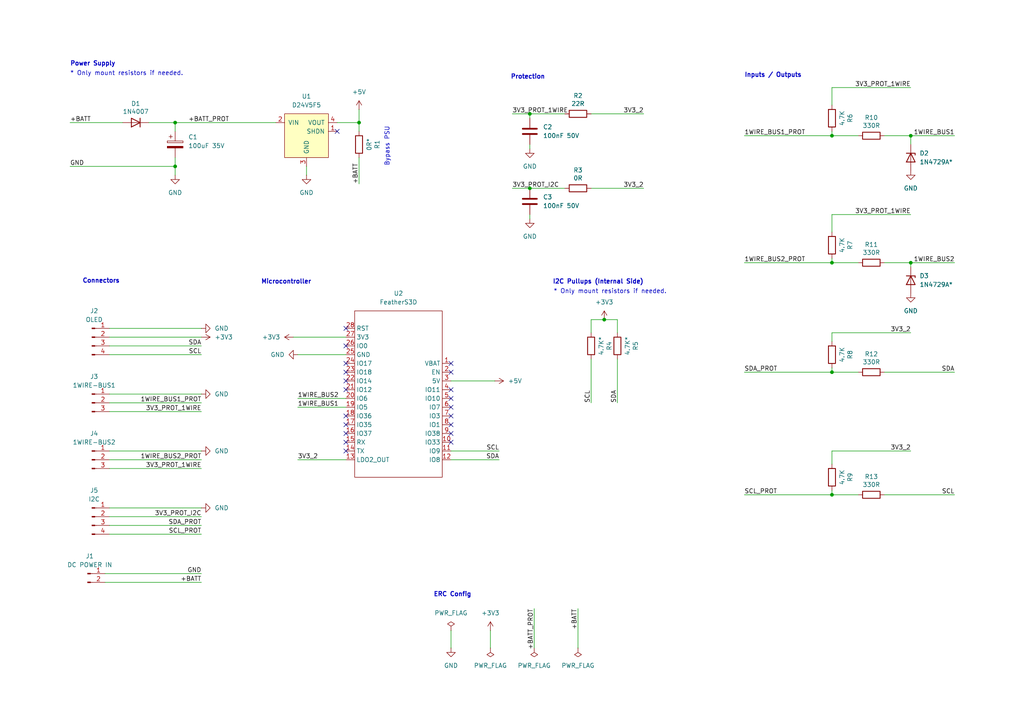
<source format=kicad_sch>
(kicad_sch (version 20250114) (generator "eeschema") (generator_version "9.0")
  (paper "A4")
  (lib_symbols
    (symbol "Connector:Conn_01x02_Pin" (pin_names (offset 1.016) (hide yes))
      (property "Reference" "J" (at 0 2.54 0))
      (property "Value" "Conn_01x02_Pin" (at 0 -5.08 0))
      (symbol "Conn_01x02_Pin_1_1"
        (rectangle (start 0.8636 0.127) (end 0 -0.127) (stroke (width 0.1524)) (fill (type outline)))
        (rectangle (start 0.8636 -2.413) (end 0 -2.667) (stroke (width 0.1524)) (fill (type outline)))
        (polyline (pts (xy 1.27 0) (xy 0.8636 0)) (stroke (width 0.1524)))
        (polyline (pts (xy 1.27 -2.54) (xy 0.8636 -2.54)) (stroke (width 0.1524)))
        (pin passive line (at 5.08 0 180) (length 3.81) (name "Pin_1") (number "1"))
        (pin passive line (at 5.08 -2.54 180) (length 3.81) (name "Pin_2") (number "2"))
      )
    )
    (symbol "Connector:Conn_01x03_Pin" (pin_names (offset 1.016) (hide yes))
      (property "Reference" "J" (at 0 5.08 0))
      (property "Value" "Conn_01x03_Pin" (at 0 -5.08 0))
      (symbol "Conn_01x03_Pin_1_1"
        (rectangle (start 0.8636 2.667) (end 0 2.413) (stroke (width 0.1524)) (fill (type outline)))
        (rectangle (start 0.8636 0.127) (end 0 -0.127) (stroke (width 0.1524)) (fill (type outline)))
        (rectangle (start 0.8636 -2.413) (end 0 -2.667) (stroke (width 0.1524)) (fill (type outline)))
        (polyline (pts (xy 1.27 2.54) (xy 0.8636 2.54)) (stroke (width 0.1524)))
        (polyline (pts (xy 1.27 0) (xy 0.8636 0)) (stroke (width 0.1524)))
        (polyline (pts (xy 1.27 -2.54) (xy 0.8636 -2.54)) (stroke (width 0.1524)))
        (pin passive line (at 5.08 2.54 180) (length 3.81) (name "Pin_1") (number "1"))
        (pin passive line (at 5.08 0 180) (length 3.81) (name "Pin_2") (number "2"))
        (pin passive line (at 5.08 -2.54 180) (length 3.81) (name "Pin_3") (number "3"))
      )
    )
    (symbol "Connector:Conn_01x04_Pin" (pin_names (offset 1.016) (hide yes))
      (property "Reference" "J" (at 0 5.08 0))
      (property "Value" "Conn_01x04_Pin" (at 0 -7.62 0))
      (symbol "Conn_01x04_Pin_1_1"
        (rectangle (start 0.8636 2.667) (end 0 2.413) (stroke (width 0.1524)) (fill (type outline)))
        (rectangle (start 0.8636 0.127) (end 0 -0.127) (stroke (width 0.1524)) (fill (type outline)))
        (rectangle (start 0.8636 -2.413) (end 0 -2.667) (stroke (width 0.1524)) (fill (type outline)))
        (rectangle (start 0.8636 -4.953) (end 0 -5.207) (stroke (width 0.1524)) (fill (type outline)))
        (polyline (pts (xy 1.27 2.54) (xy 0.8636 2.54)) (stroke (width 0.1524)))
        (polyline (pts (xy 1.27 0) (xy 0.8636 0)) (stroke (width 0.1524)))
        (polyline (pts (xy 1.27 -2.54) (xy 0.8636 -2.54)) (stroke (width 0.1524)))
        (polyline (pts (xy 1.27 -5.08) (xy 0.8636 -5.08)) (stroke (width 0.1524)))
        (pin passive line (at 5.08 2.54 180) (length 3.81) (name "Pin_1") (number "1"))
        (pin passive line (at 5.08 0 180) (length 3.81) (name "Pin_2") (number "2"))
        (pin passive line (at 5.08 -2.54 180) (length 3.81) (name "Pin_3") (number "3"))
        (pin passive line (at 5.08 -5.08 180) (length 3.81) (name "Pin_4") (number "4"))
      )
    )
    (symbol "D24V5F5:D24V5F5" (pin_names (offset 1.016))
      (property "Reference" "U" (at 11.43 -1.27 0))
      (property "Value" "D24V5F5" (at 11.43 -3.81 0))
      (symbol "D24V5F5_0_1"
        (rectangle (start 11.43 -6.35) (end 24.13 -19.05) (fill (type background)))
      )
      (symbol "D24V5F5_1_1"
        (pin power_in line (at 8.89 -8.89 0) (length 2.54) (name "VIN") (number "2"))
        (pin power_in line (at 17.78 -21.59 90) (length 2.54) (name "GND") (number "3"))
        (pin power_out line (at 26.67 -8.89 180) (length 2.54) (name "VOUT") (number "4"))
        (pin input line (at 26.67 -11.43 180) (length 2.54) (name "SHDN") (number "1"))
      )
    )
    (symbol "Device:C" (pin_numbers (hide yes)) (pin_names (offset 0.254))
      (property "Reference" "C" (at 0.635 2.54 0))
      (property "Value" "C" (at 0.635 -2.54 0))
      (symbol "C_0_1"
        (polyline (pts (xy -2.032 0.762) (xy 2.032 0.762)) (stroke (width 0.508)))
        (polyline (pts (xy -2.032 -0.762) (xy 2.032 -0.762)) (stroke (width 0.508)))
      )
      (symbol "C_1_1"
        (pin passive line (at 0 3.81 270) (length 2.794) (name "~") (number "1"))
        (pin passive line (at 0 -3.81 90) (length 2.794) (name "~") (number "2"))
      )
    )
    (symbol "Device:C_Polarized" (pin_numbers (hide yes)) (pin_names (offset 0.254))
      (property "Reference" "C" (at 0.635 2.54 0))
      (property "Value" "C_Polarized" (at 0.635 -2.54 0))
      (symbol "C_Polarized_0_1"
        (rectangle (start -2.286 0.508) (end 2.286 1.016))
        (polyline (pts (xy -1.778 2.286) (xy -0.762 2.286)))
        (polyline (pts (xy -1.27 2.794) (xy -1.27 1.778)))
        (rectangle (start 2.286 -0.508) (end -2.286 -1.016) (fill (type outline)))
      )
      (symbol "C_Polarized_1_1"
        (pin passive line (at 0 3.81 270) (length 2.794) (name "~") (number "1"))
        (pin passive line (at 0 -3.81 90) (length 2.794) (name "~") (number "2"))
      )
    )
    (symbol "Device:R" (pin_numbers (hide yes)) (pin_names (offset 0))
      (property "Reference" "R" (at 2.032 0 90))
      (property "Value" "R" (at 0 0 90))
      (symbol "R_0_1"
        (rectangle (start -1.016 -2.54) (end 1.016 2.54) (stroke (width 0.254)))
      )
      (symbol "R_1_1"
        (pin passive line (at 0 3.81 270) (length 1.27) (name "~") (number "1"))
        (pin passive line (at 0 -3.81 90) (length 1.27) (name "~") (number "2"))
      )
    )
    (symbol "Diode:1N4007" (pin_numbers (hide yes)) (pin_names (hide yes))
      (property "Reference" "D" (at 0 2.54 0))
      (property "Value" "1N4007" (at 0 -2.54 0))
      (symbol "1N4007_0_1"
        (polyline (pts (xy -1.27 1.27) (xy -1.27 -1.27)) (stroke (width 0.254)))
        (polyline (pts (xy 1.27 1.27) (xy 1.27 -1.27) (xy -1.27 0) (xy 1.27 1.27)) (stroke (width 0.254)))
        (polyline (pts (xy 1.27 0) (xy -1.27 0)))
      )
      (symbol "1N4007_1_1"
        (pin passive line (at -3.81 0 0) (length 2.54) (name "K") (number "1"))
        (pin passive line (at 3.81 0 180) (length 2.54) (name "A") (number "2"))
      )
    )
    (symbol "Diode:1N47xxA" (pin_numbers (hide yes)) (pin_names (hide yes))
      (property "Reference" "D" (at 0 2.54 0))
      (property "Value" "1N47xxA" (at 0 -2.54 0))
      (symbol "1N47xxA_0_1"
        (polyline (pts (xy -1.27 -1.27) (xy -1.27 1.27) (xy -0.762 1.27)) (stroke (width 0.254)))
        (polyline (pts (xy 1.27 0) (xy -1.27 0)))
        (polyline (pts (xy 1.27 -1.27) (xy 1.27 1.27) (xy -1.27 0) (xy 1.27 -1.27)) (stroke (width 0.254)))
      )
      (symbol "1N47xxA_1_1"
        (pin passive line (at -3.81 0 0) (length 2.54) (name "K") (number "1"))
        (pin passive line (at 3.81 0 180) (length 2.54) (name "A") (number "2"))
      )
    )
    (symbol "FeatherS3D:FeatherS3D"
      (property "Reference" "U" (at 0 -30.48 0))
      (property "Value" "FeatherS3D" (at -0.508 21.844 0))
      (symbol "FeatherS3D_0_1"
        (rectangle (start -12.7 20.32) (end 12.7 -27.94) (stroke (width 0.1524)))
      )
      (symbol "FeatherS3D_1_1"
        (pin input line (at -15.24 15.24 0) (length 2.54) (name "RST") (number "28"))
        (pin power_in line (at -15.24 12.7 0) (length 2.54) (name "3V3") (number "27"))
        (pin bidirectional line (at -15.24 10.16 0) (length 2.54) (name "IO0") (number "26"))
        (pin power_in line (at -15.24 7.62 0) (length 2.54) (name "GND") (number "25"))
        (pin bidirectional line (at -15.24 5.08 0) (length 2.54) (name "IO17") (number "24"))
        (pin bidirectional line (at -15.24 2.54 0) (length 2.54) (name "IO18") (number "23"))
        (pin bidirectional line (at -15.24 0 0) (length 2.54) (name "IO14") (number "22"))
        (pin bidirectional line (at -15.24 -2.54 0) (length 2.54) (name "IO12") (number "21"))
        (pin bidirectional line (at -15.24 -5.08 0) (length 2.54) (name "IO6") (number "20"))
        (pin bidirectional line (at -15.24 -7.62 0) (length 2.54) (name "IO5") (number "19"))
        (pin bidirectional line (at -15.24 -10.16 0) (length 2.54) (name "IO36") (number "18"))
        (pin bidirectional line (at -15.24 -12.7 0) (length 2.54) (name "IO35") (number "17"))
        (pin bidirectional line (at -15.24 -15.24 0) (length 2.54) (name "IO37") (number "16"))
        (pin bidirectional line (at -15.24 -17.78 0) (length 2.54) (name "RX") (number "15"))
        (pin bidirectional line (at -15.24 -20.32 0) (length 2.54) (name "TX") (number "14"))
        (pin power_out line (at -15.24 -22.86 0) (length 2.54) (name "LDO2_OUT") (number "13"))
        (pin power_in line (at 15.24 5.08 180) (length 2.54) (name "VBAT") (number "1"))
        (pin input line (at 15.24 2.54 180) (length 2.54) (name "EN") (number "2"))
        (pin power_in line (at 15.24 0 180) (length 2.54) (name "5V") (number "3"))
        (pin bidirectional line (at 15.24 -2.54 180) (length 2.54) (name "IO11") (number "4"))
        (pin bidirectional line (at 15.24 -5.08 180) (length 2.54) (name "IO10") (number "5"))
        (pin bidirectional line (at 15.24 -7.62 180) (length 2.54) (name "IO7") (number "6"))
        (pin bidirectional line (at 15.24 -10.16 180) (length 2.54) (name "IO3") (number "7"))
        (pin bidirectional line (at 15.24 -12.7 180) (length 2.54) (name "IO1") (number "8"))
        (pin bidirectional line (at 15.24 -15.24 180) (length 2.54) (name "IO38") (number "9"))
        (pin bidirectional line (at 15.24 -17.78 180) (length 2.54) (name "IO33") (number "10"))
        (pin bidirectional line (at 15.24 -20.32 180) (length 2.54) (name "IO9") (number "11"))
        (pin bidirectional line (at 15.24 -22.86 180) (length 2.54) (name "IO8") (number "12"))
      )
    )
    (symbol "power:+3V3" (power) (pin_numbers (hide yes)) (pin_names (offset 0) (hide yes))
      (property "Value" "+3V3" (at 0 3.556 0))
      (symbol "+3V3_0_1"
        (polyline (pts (xy -0.762 1.27) (xy 0 2.54)))
        (polyline (pts (xy 0 2.54) (xy 0.762 1.27)))
        (polyline (pts (xy 0 0) (xy 0 2.54)))
      )
      (symbol "+3V3_1_1"
        (pin power_in line (at 0 0 90) (length 0) (name "~") (number "1"))
      )
    )
    (symbol "power:+5V" (power) (pin_numbers (hide yes)) (pin_names (offset 0) (hide yes))
      (property "Value" "+5V" (at 0 3.556 0))
      (symbol "+5V_0_1"
        (polyline (pts (xy -0.762 1.27) (xy 0 2.54)))
        (polyline (pts (xy 0 2.54) (xy 0.762 1.27)))
        (polyline (pts (xy 0 0) (xy 0 2.54)))
      )
      (symbol "+5V_1_1"
        (pin power_in line (at 0 0 90) (length 0) (name "~") (number "1"))
      )
    )
    (symbol "power:GND" (power) (pin_numbers (hide yes)) (pin_names (offset 0) (hide yes))
      (property "Value" "GND" (at 0 -3.81 0))
      (symbol "GND_0_1"
        (polyline (pts (xy 0 0) (xy 0 -1.27) (xy 1.27 -1.27) (xy 0 -2.54) (xy -1.27 -1.27) (xy 0 -1.27)))
      )
      (symbol "GND_1_1"
        (pin power_in line (at 0 0 270) (length 0) (name "~") (number "1"))
      )
    )
    (symbol "power:PWR_FLAG" (power) (pin_numbers (hide yes)) (pin_names (offset 0) (hide yes))
      (property "Value" "PWR_FLAG" (at 0 3.81 0))
      (symbol "PWR_FLAG_0_0"
        (pin power_out line (at 0 0 90) (length 0) (name "~") (number "1"))
      )
      (symbol "PWR_FLAG_0_1"
        (polyline (pts (xy 0 0) (xy 0 1.27) (xy -1.016 1.905) (xy 0 2.54) (xy 1.016 1.905) (xy 0 1.27)))
      )
    )
  )
  (text "ERC Config" (at 125.73 173.228 0) (effects (font (size 1.27 1.27) (thickness 0.254) (bold yes)) (justify left bottom)))
  (text "Connectors" (at 23.876 82.296 0) (effects (font (size 1.27 1.27) (thickness 0.254) (bold yes)) (justify left bottom)))
  (text "I2C Pullups (Internal Side)" (at 160.274 82.55 0) (effects (font (size 1.27 1.27) (thickness 0.254) (bold yes)) (justify left bottom)))
  (text "* Only mount resistors if needed." (at 20.32 22.098 0) (effects (font (size 1.27 1.27)) (justify left bottom)))
  (text "Inputs / Outputs" (at 215.9 22.606 0) (effects (font (size 1.27 1.27) (thickness 0.254) (bold yes)) (justify left bottom)))
  (text "Bypass PSU" (at 113.03 48.26 90) (effects (font (size 1.27 1.27)) (justify left bottom)))
  (text "Microcontroller" (at 75.692 82.55 0) (effects (font (size 1.27 1.27) (thickness 0.254) (bold yes)) (justify left bottom)))
  (text "Protection" (at 148.082 23.114 0) (effects (font (size 1.27 1.27) (thickness 0.254) (bold yes)) (justify left bottom)))
  (text "* Only mount resistors if needed." (at 160.528 85.344 0) (effects (font (size 1.27 1.27)) (justify left bottom)))
  (text "Power Supply" (at 20.32 19.304 0) (effects (font (size 1.27 1.27) (thickness 0.254) (bold yes)) (justify left bottom)))
  (junction (at 241.3 39.37))
  (junction (at 241.3 107.95))
  (junction (at 50.8 35.56))
  (junction (at 104.14 35.56))
  (junction (at 264.16 76.2))
  (junction (at 153.67 54.61))
  (junction (at 264.16 39.37))
  (junction (at 153.67 33.02))
  (junction (at 241.3 143.51))
  (junction (at 241.3 76.2))
  (junction (at 50.8 48.26))
  (junction (at 175.26 92.71))
  (no_connect (at 100.33 125.73))
  (no_connect (at 130.81 105.41))
  (no_connect (at 130.81 128.27))
  (no_connect (at 130.81 118.11))
  (no_connect (at 100.33 105.41))
  (no_connect (at 97.79 38.1))
  (no_connect (at 100.33 100.33))
  (no_connect (at 130.81 115.57))
  (no_connect (at 130.81 123.19))
  (no_connect (at 130.81 120.65))
  (no_connect (at 100.33 120.65))
  (no_connect (at 130.81 125.73))
  (no_connect (at 100.33 123.19))
  (no_connect (at 100.33 95.25))
  (no_connect (at 100.33 107.95))
  (no_connect (at 100.33 128.27))
  (no_connect (at 130.81 113.03))
  (no_connect (at 100.33 113.03))
  (no_connect (at 130.81 107.95))
  (no_connect (at 100.33 110.49))
  (no_connect (at 100.33 130.81))
  (wire (pts (xy 31.75 102.87) (xy 58.42 102.87)))
  (wire (pts (xy 241.3 130.81) (xy 264.16 130.81)))
  (wire (pts (xy 241.3 142.24) (xy 241.3 143.51)))
  (wire (pts (xy 241.3 74.93) (xy 241.3 76.2)))
  (wire (pts (xy 154.94 176.53) (xy 154.94 187.96)))
  (wire (pts (xy 171.45 33.02) (xy 186.69 33.02)))
  (wire (pts (xy 86.36 115.57) (xy 100.33 115.57)))
  (wire (pts (xy 241.3 25.4) (xy 264.16 25.4)))
  (wire (pts (xy 31.75 147.32) (xy 58.42 147.32)))
  (wire (pts (xy 264.16 76.2) (xy 264.16 77.47)))
  (wire (pts (xy 256.54 39.37) (xy 264.16 39.37)))
  (wire (pts (xy 241.3 38.1) (xy 241.3 39.37)))
  (wire (pts (xy 31.75 95.25) (xy 58.42 95.25)))
  (wire (pts (xy 31.75 149.86) (xy 58.42 149.86)))
  (wire (pts (xy 241.3 99.06) (xy 241.3 96.52)))
  (wire (pts (xy 97.79 35.56) (xy 104.14 35.56)))
  (wire (pts (xy 148.59 54.61) (xy 153.67 54.61)))
  (wire (pts (xy 264.16 76.2) (xy 276.86 76.2)))
  (wire (pts (xy 130.81 110.49) (xy 143.51 110.49)))
  (wire (pts (xy 142.24 182.88) (xy 142.24 187.96)))
  (wire (pts (xy 241.3 62.23) (xy 264.16 62.23)))
  (wire (pts (xy 31.75 114.3) (xy 58.42 114.3)))
  (wire (pts (xy 153.67 54.61) (xy 163.83 54.61)))
  (wire (pts (xy 31.75 135.89) (xy 58.42 135.89)))
  (wire (pts (xy 50.8 35.56) (xy 80.01 35.56)))
  (wire (pts (xy 31.75 130.81) (xy 58.42 130.81)))
  (wire (pts (xy 256.54 143.51) (xy 276.86 143.51)))
  (wire (pts (xy 30.48 166.37) (xy 58.42 166.37)))
  (wire (pts (xy 31.75 97.79) (xy 58.42 97.79)))
  (wire (pts (xy 50.8 38.1) (xy 50.8 35.56)))
  (wire (pts (xy 153.67 34.29) (xy 153.67 33.02)))
  (wire (pts (xy 31.75 154.94) (xy 58.42 154.94)))
  (wire (pts (xy 104.14 35.56) (xy 104.14 31.75)))
  (wire (pts (xy 130.81 130.81) (xy 144.78 130.81)))
  (wire (pts (xy 86.36 102.87) (xy 100.33 102.87)))
  (wire (pts (xy 241.3 67.31) (xy 241.3 62.23)))
  (wire (pts (xy 215.9 107.95) (xy 241.3 107.95)))
  (wire (pts (xy 215.9 39.37) (xy 241.3 39.37)))
  (wire (pts (xy 86.36 133.35) (xy 100.33 133.35)))
  (wire (pts (xy 171.45 54.61) (xy 186.69 54.61)))
  (wire (pts (xy 43.18 35.56) (xy 50.8 35.56)))
  (wire (pts (xy 31.75 116.84) (xy 58.42 116.84)))
  (wire (pts (xy 130.81 182.88) (xy 130.81 187.96)))
  (wire (pts (xy 31.75 133.35) (xy 58.42 133.35)))
  (wire (pts (xy 31.75 119.38) (xy 58.42 119.38)))
  (wire (pts (xy 20.32 35.56) (xy 35.56 35.56)))
  (wire (pts (xy 148.59 33.02) (xy 153.67 33.02)))
  (wire (pts (xy 256.54 107.95) (xy 276.86 107.95)))
  (wire (pts (xy 50.8 50.8) (xy 50.8 48.26)))
  (wire (pts (xy 104.14 45.72) (xy 104.14 53.34)))
  (wire (pts (xy 153.67 33.02) (xy 163.83 33.02)))
  (wire (pts (xy 30.48 168.91) (xy 58.42 168.91)))
  (wire (pts (xy 248.92 39.37) (xy 241.3 39.37)))
  (wire (pts (xy 264.16 39.37) (xy 264.16 41.91)))
  (wire (pts (xy 31.75 152.4) (xy 58.42 152.4)))
  (wire (pts (xy 153.67 62.23) (xy 153.67 63.5)))
  (wire (pts (xy 241.3 134.62) (xy 241.3 130.81)))
  (wire (pts (xy 241.3 96.52) (xy 264.16 96.52)))
  (wire (pts (xy 50.8 48.26) (xy 50.8 45.72)))
  (wire (pts (xy 215.9 143.51) (xy 241.3 143.51)))
  (wire (pts (xy 179.07 96.52) (xy 179.07 92.71)))
  (wire (pts (xy 175.26 92.71) (xy 179.07 92.71)))
  (wire (pts (xy 171.45 92.71) (xy 171.45 96.52)))
  (wire (pts (xy 86.36 118.11) (xy 100.33 118.11)))
  (wire (pts (xy 248.92 143.51) (xy 241.3 143.51)))
  (wire (pts (xy 241.3 106.68) (xy 241.3 107.95)))
  (wire (pts (xy 153.67 41.91) (xy 153.67 43.18)))
  (wire (pts (xy 167.64 176.53) (xy 167.64 187.96)))
  (wire (pts (xy 130.81 133.35) (xy 144.78 133.35)))
  (wire (pts (xy 171.45 104.14) (xy 171.45 116.84)))
  (wire (pts (xy 179.07 104.14) (xy 179.07 116.84)))
  (wire (pts (xy 20.32 48.26) (xy 50.8 48.26)))
  (wire (pts (xy 171.45 92.71) (xy 175.26 92.71)))
  (wire (pts (xy 241.3 30.48) (xy 241.3 25.4)))
  (wire (pts (xy 88.9 50.8) (xy 88.9 48.26)))
  (wire (pts (xy 248.92 76.2) (xy 241.3 76.2)))
  (wire (pts (xy 31.75 100.33) (xy 58.42 100.33)))
  (wire (pts (xy 215.9 76.2) (xy 241.3 76.2)))
  (wire (pts (xy 264.16 76.2) (xy 256.54 76.2)))
  (wire (pts (xy 248.92 107.95) (xy 241.3 107.95)))
  (wire (pts (xy 85.09 97.79) (xy 100.33 97.79)))
  (wire (pts (xy 104.14 38.1) (xy 104.14 35.56)))
  (wire (pts (xy 264.16 39.37) (xy 276.86 39.37)))
  (label "1WIRE_BUS2" (at 86.36 115.57 0))
  (label "SDA" (at 179.07 116.84 90))
  (label "SCL" (at 58.42 102.87 180))
  (label "3V3_PROT_1WIRE" (at 264.16 62.23 180))
  (label "SDA" (at 276.86 107.95 180))
  (label "3V3_2" (at 186.69 33.02 180))
  (label "+BATT" (at 167.64 176.53 270))
  (label "SCL" (at 276.86 143.51 180))
  (label "SDA" (at 144.78 133.35 180))
  (label "3V3_PROT_I2C" (at 148.59 54.61 0))
  (label "SDA" (at 58.42 100.33 180))
  (label "+BATT" (at 20.32 35.56 0))
  (label "3V3_PROT_1WIRE" (at 264.16 25.4 180))
  (label "GND" (at 58.42 166.37 180))
  (label "3V3_PROT_I2C" (at 58.42 149.86 180))
  (label "3V3_PROT_1WIRE" (at 148.59 33.02 0))
  (label "1WIRE_BUS2_PROT" (at 215.9 76.2 0))
  (label "3V3_2" (at 186.69 54.61 180))
  (label "+BATT" (at 58.42 168.91 180))
  (label "1WIRE_BUS1" (at 276.86 39.37 180))
  (label "1WIRE_BUS1_PROT" (at 215.9 39.37 0))
  (label "+BATT_PROT" (at 54.61 35.56 0))
  (label "1WIRE_BUS2_PROT" (at 58.42 133.35 180))
  (label "1WIRE_BUS2" (at 276.86 76.2 180))
  (label "SDA_PROT" (at 215.9 107.95 0))
  (label "3V3_PROT_1WIRE" (at 58.42 135.89 180))
  (label "3V3_PROT_1WIRE" (at 58.42 119.38 180))
  (label "3V3_2" (at 264.16 96.52 180))
  (label "SCL" (at 171.45 116.84 90))
  (label "SCL" (at 144.78 130.81 180))
  (label "3V3_2" (at 264.16 130.81 180))
  (label "SCL_PROT" (at 58.42 154.94 180))
  (label "1WIRE_BUS1_PROT" (at 58.42 116.84 180))
  (label "3V3_2" (at 86.36 133.35 0))
  (label "GND" (at 20.32 48.26 0))
  (label "+BATT_PROT" (at 154.94 176.53 270))
  (label "SCL_PROT" (at 215.9 143.51 0))
  (label "+BATT" (at 104.14 53.34 90))
  (label "SDA_PROT" (at 58.42 152.4 180))
  (label "1WIRE_BUS1" (at 86.36 118.11 0))
  (symbol (lib_id "Device:R") (at 104.14 41.91 180) (unit 1)
    (property "Reference" "R1" (at 109.3978 41.91 90))
    (property "Value" "0R*" (at 107.0864 41.91 90))
    (property "Footprint" "Resistor_THT:R_Axial_DIN0207_L6.3mm_D2.5mm_P10.16mm_Horizontal" (effects (hide yes)))
  )
  (symbol (lib_id "Diode:1N4007") (at 39.37 35.56 180) (unit 1)
    (property "Reference" "D1" (at 39.37 30.0482 0))
    (property "Value" "1N4007" (at 39.37 32.3596 0))
    (property "Footprint" "Diode_THT:D_DO-41_SOD81_P10.16mm_Horizontal" (effects (hide yes)))
    (property "Datasheet" "http://www.vishay.com/docs/88503/1n4001.pdf" (effects (hide yes)))
  )
  (symbol (lib_id "power:+3V3") (at 175.26 92.71 0) (unit 1)
    (property "Reference" "#PWR016" (effects (hide yes)))
    (property "Value" "+3V3" (at 175.26 87.63 0))
    (property "Description" "Power symbol creates a global label with name \"+3V3\"" (effects (hide yes)))
  )
  (symbol (lib_id "Device:R") (at 252.73 143.51 270) (unit 1)
    (property "Reference" "R13" (at 252.73 138.2522 90))
    (property "Value" "330R" (at 252.73 140.5636 90))
    (property "Footprint" "Resistor_THT:R_Axial_DIN0207_L6.3mm_D2.5mm_P10.16mm_Horizontal" (effects (hide yes)))
  )
  (symbol (lib_id "power:GND") (at 153.67 43.18 0) (unit 1)
    (property "Reference" "#PWR014" (effects (hide yes)))
    (property "Value" "GND" (at 153.67 48.26 0))
    (property "Description" "Power symbol creates a global label with name \"GND\" , ground" (effects (hide yes)))
  )
  (symbol (lib_id "Diode:1N47xxA") (at 264.16 45.72 270) (unit 1)
    (property "Reference" "D2" (at 266.7 44.4499 90) (effects (justify left)))
    (property "Value" "1N4729A*" (at 266.7 46.9899 90) (effects (justify left)))
    (property "Footprint" "Diode_THT:D_DO-41_SOD81_P10.16mm_Horizontal" (effects (hide yes)))
    (property "Datasheet" "https://www.vishay.com/docs/85816/1n4728a.pdf" (effects (hide yes)))
    (property "Description" "1300mW Silicon planar power Zener diodes, DO-41" (effects (hide yes)))
  )
  (symbol (lib_id "power:GND") (at 86.36 102.87 270) (unit 1)
    (property "Reference" "#PWR08" (effects (hide yes)))
    (property "Value" "GND" (at 82.55 102.8699 90) (effects (justify right)))
    (property "Description" "Power symbol creates a global label with name \"GND\" , ground" (effects (hide yes)))
  )
  (symbol (lib_id "power:PWR_FLAG") (at 142.24 187.96 180) (unit 1)
    (property "Reference" "#FLG02" (effects (hide yes)))
    (property "Value" "PWR_FLAG" (at 142.24 193.04 0))
    (property "Description" "Special symbol for telling ERC where power comes from" (effects (hide yes)))
  )
  (symbol (lib_id "Device:R") (at 241.3 102.87 180) (unit 1)
    (property "Reference" "R8" (at 246.5578 102.87 90))
    (property "Value" "4.7K" (at 244.2464 102.87 90))
    (property "Footprint" "Resistor_THT:R_Axial_DIN0207_L6.3mm_D2.5mm_P10.16mm_Horizontal" (effects (hide yes)))
  )
  (symbol (lib_id "power:GND") (at 130.81 187.96 0) (unit 1)
    (property "Reference" "#PWR011" (effects (hide yes)))
    (property "Value" "GND" (at 130.81 193.04 0))
    (property "Description" "Power symbol creates a global label with name \"GND\" , ground" (effects (hide yes)))
  )
  (symbol (lib_id "power:GND") (at 264.16 49.53 0) (unit 1)
    (property "Reference" "#PWR021" (effects (hide yes)))
    (property "Value" "GND" (at 264.16 54.61 0))
    (property "Description" "Power symbol creates a global label with name \"GND\" , ground" (effects (hide yes)))
  )
  (symbol (lib_id "Device:R") (at 252.73 76.2 270) (unit 1)
    (property "Reference" "R11" (at 252.73 70.9422 90))
    (property "Value" "330R" (at 252.73 73.2536 90))
    (property "Footprint" "Resistor_THT:R_Axial_DIN0207_L6.3mm_D2.5mm_P10.16mm_Horizontal" (effects (hide yes)))
  )
  (symbol (lib_id "Connector:Conn_01x04_Pin") (at 26.67 149.86 0) (unit 1)
    (property "Reference" "J5" (at 27.305 142.24 0))
    (property "Value" "I2C" (at 27.305 144.78 0))
    (property "Footprint" "TerminalBlock_Phoenix:TerminalBlock_Phoenix_PT-1,5-4-5.0-H_1x04_P5.00mm_Horizontal" (effects (hide yes)))
    (property "Description" "Generic connector, single row, 01x04, script generated" (effects (hide yes)))
  )
  (symbol (lib_id "power:+5V") (at 104.14 31.75 0) (unit 1)
    (property "Reference" "#PWR010" (effects (hide yes)))
    (property "Value" "+5V" (at 104.14 26.67 0))
    (property "Description" "Power symbol creates a global label with name \"+5V\"" (effects (hide yes)))
  )
  (symbol (lib_id "Device:R") (at 167.64 54.61 270) (unit 1)
    (property "Reference" "R3" (at 167.64 49.3522 90))
    (property "Value" "0R" (at 167.64 51.6636 90))
    (property "Footprint" "Resistor_THT:R_Axial_DIN0207_L6.3mm_D2.5mm_P10.16mm_Horizontal" (effects (hide yes)))
  )
  (symbol (lib_id "Connector:Conn_01x03_Pin") (at 26.67 133.35 0) (unit 1)
    (property "Reference" "J4" (at 27.305 125.73 0))
    (property "Value" "1WIRE-BUS2" (at 27.305 128.27 0))
    (property "Footprint" "TerminalBlock_Phoenix:TerminalBlock_Phoenix_PT-1,5-3-5.0-H_1x03_P5.00mm_Horizontal" (effects (hide yes)))
    (property "Description" "Generic connector, single row, 01x03, script generated" (effects (hide yes)))
  )
  (symbol (lib_id "power:GND") (at 58.42 95.25 90) (unit 1)
    (property "Reference" "#PWR02" (effects (hide yes)))
    (property "Value" "GND" (at 62.23 95.2499 90) (effects (justify right)))
    (property "Description" "Power symbol creates a global label with name \"GND\" , ground" (effects (hide yes)))
  )
  (symbol (lib_id "power:GND") (at 58.42 147.32 90) (unit 1)
    (property "Reference" "#PWR06" (effects (hide yes)))
    (property "Value" "GND" (at 62.23 147.3199 90) (effects (justify right)))
    (property "Description" "Power symbol creates a global label with name \"GND\" , ground" (effects (hide yes)))
  )
  (symbol (lib_id "power:PWR_FLAG") (at 154.94 187.96 180) (unit 1)
    (property "Reference" "#FLG03" (effects (hide yes)))
    (property "Value" "PWR_FLAG" (at 154.94 193.04 0))
    (property "Description" "Special symbol for telling ERC where power comes from" (effects (hide yes)))
  )
  (symbol (lib_id "FeatherS3D:FeatherS3D") (at 115.57 110.49 0) (unit 1)
    (property "Reference" "U2" (at 115.57 85.09 0))
    (property "Value" "FeatherS3D" (at 115.57 87.63 0))
    (property "Footprint" "FeatherS3D:FeatherS3D" (effects (hide yes)))
  )
  (symbol (lib_id "power:GND") (at 88.9 50.8 0) (unit 1)
    (property "Reference" "#PWR09" (effects (hide yes)))
    (property "Value" "GND" (at 88.9 55.88 0))
    (property "Description" "Power symbol creates a global label with name \"GND\" , ground" (effects (hide yes)))
  )
  (symbol (lib_id "power:PWR_FLAG") (at 167.64 187.96 180) (unit 1)
    (property "Reference" "#FLG04" (effects (hide yes)))
    (property "Value" "PWR_FLAG" (at 167.64 193.04 0))
    (property "Description" "Special symbol for telling ERC where power comes from" (effects (hide yes)))
  )
  (symbol (lib_id "power:GND") (at 50.8 50.8 0) (unit 1)
    (property "Reference" "#PWR01" (effects (hide yes)))
    (property "Value" "GND" (at 50.8 55.88 0))
    (property "Description" "Power symbol creates a global label with name \"GND\" , ground" (effects (hide yes)))
  )
  (symbol (lib_id "power:+5V") (at 143.51 110.49 270) (unit 1)
    (property "Reference" "#PWR013" (effects (hide yes)))
    (property "Value" "+5V" (at 147.32 110.4899 90) (effects (justify left)))
    (property "Description" "Power symbol creates a global label with name \"+5V\"" (effects (hide yes)))
  )
  (symbol (lib_id "power:+3V3") (at 85.09 97.79 90) (unit 1)
    (property "Reference" "#PWR07" (effects (hide yes)))
    (property "Value" "+3V3" (at 81.28 97.7899 90) (effects (justify left)))
    (property "Description" "Power symbol creates a global label with name \"+3V3\"" (effects (hide yes)))
  )
  (symbol (lib_id "Diode:1N47xxA") (at 264.16 81.28 270) (unit 1)
    (property "Reference" "D3" (at 266.7 80.0099 90) (effects (justify left)))
    (property "Value" "1N4729A*" (at 266.7 82.5499 90) (effects (justify left)))
    (property "Footprint" "Diode_THT:D_DO-41_SOD81_P10.16mm_Horizontal" (effects (hide yes)))
    (property "Datasheet" "https://www.vishay.com/docs/85816/1n4728a.pdf" (effects (hide yes)))
    (property "Description" "1300mW Silicon planar power Zener diodes, DO-41" (effects (hide yes)))
  )
  (symbol (lib_id "power:GND") (at 264.16 85.09 0) (unit 1)
    (property "Reference" "#PWR022" (effects (hide yes)))
    (property "Value" "GND" (at 264.16 90.17 0))
    (property "Description" "Power symbol creates a global label with name \"GND\" , ground" (effects (hide yes)))
  )
  (symbol (lib_id "Device:R") (at 241.3 71.12 180) (unit 1)
    (property "Reference" "R7" (at 246.5578 71.12 90))
    (property "Value" "4.7K" (at 244.2464 71.12 90))
    (property "Footprint" "Resistor_THT:R_Axial_DIN0207_L6.3mm_D2.5mm_P10.16mm_Horizontal" (effects (hide yes)))
  )
  (symbol (lib_id "power:GND") (at 58.42 114.3 90) (unit 1)
    (property "Reference" "#PWR04" (effects (hide yes)))
    (property "Value" "GND" (at 62.23 114.2999 90) (effects (justify right)))
    (property "Description" "Power symbol creates a global label with name \"GND\" , ground" (effects (hide yes)))
  )
  (symbol (lib_id "power:+3V3") (at 142.24 182.88 0) (unit 1)
    (property "Reference" "#PWR012" (effects (hide yes)))
    (property "Value" "+3V3" (at 142.24 177.8 0))
    (property "Description" "Power symbol creates a global label with name \"+3V3\"" (effects (hide yes)))
  )
  (symbol (lib_id "power:+3V3") (at 58.42 97.79 270) (unit 1)
    (property "Reference" "#PWR03" (effects (hide yes)))
    (property "Value" "+3V3" (at 62.23 97.7899 90) (effects (justify left)))
    (property "Description" "Power symbol creates a global label with name \"+3V3\"" (effects (hide yes)))
  )
  (symbol (lib_id "power:GND") (at 153.67 63.5 0) (unit 1)
    (property "Reference" "#PWR015" (effects (hide yes)))
    (property "Value" "GND" (at 153.67 68.58 0))
    (property "Description" "Power symbol creates a global label with name \"GND\" , ground" (effects (hide yes)))
  )
  (symbol (lib_id "Connector:Conn_01x02_Pin") (at 25.4 166.37 0) (unit 1)
    (property "Reference" "J1" (at 26.035 161.29 0))
    (property "Value" "DC POWER IN" (at 26.035 163.83 0))
    (property "Footprint" "TerminalBlock_Phoenix:TerminalBlock_Phoenix_PT-1,5-2-5.0-H_1x02_P5.00mm_Horizontal" (effects (hide yes)))
    (property "Description" "Generic connector, single row, 01x02, script generated" (effects (hide yes)))
  )
  (symbol (lib_id "Device:C_Polarized") (at 50.8 41.91 0) (unit 1)
    (property "Reference" "C1" (at 54.61 39.7509 0) (effects (justify left)))
    (property "Value" "100uF 35V" (at 54.61 42.2909 0) (effects (justify left)))
    (property "Footprint" "Capacitor_THT:CP_Radial_D8.0mm_P3.50mm" (effects (hide yes)))
    (property "Description" "Polarized capacitor" (effects (hide yes)))
  )
  (symbol (lib_id "Device:R") (at 252.73 39.37 270) (unit 1)
    (property "Reference" "R10" (at 252.73 34.1122 90))
    (property "Value" "330R" (at 252.73 36.4236 90))
    (property "Footprint" "Resistor_THT:R_Axial_DIN0207_L6.3mm_D2.5mm_P10.16mm_Horizontal" (effects (hide yes)))
  )
  (symbol (lib_id "Device:C") (at 153.67 58.42 0) (unit 1)
    (property "Reference" "C3" (at 157.48 57.1499 0) (effects (justify left)))
    (property "Value" "100nF 50V" (at 157.48 59.6899 0) (effects (justify left)))
    (property "Footprint" "Capacitor_THT:C_Disc_D5.0mm_W2.5mm_P5.00mm" (effects (hide yes)))
    (property "Description" "Unpolarized capacitor" (effects (hide yes)))
  )
  (symbol (lib_id "Device:R") (at 171.45 100.33 180) (unit 1)
    (property "Reference" "R4" (at 176.7078 100.33 90))
    (property "Value" "4.7K*" (at 174.3964 100.33 90))
    (property "Footprint" "Resistor_THT:R_Axial_DIN0207_L6.3mm_D2.5mm_P10.16mm_Horizontal" (effects (hide yes)))
  )
  (symbol (lib_id "power:PWR_FLAG") (at 130.81 182.88 0) (unit 1)
    (property "Reference" "#FLG01" (effects (hide yes)))
    (property "Value" "PWR_FLAG" (at 130.81 177.8 0))
    (property "Description" "Special symbol for telling ERC where power comes from" (effects (hide yes)))
  )
  (symbol (lib_id "Device:R") (at 241.3 34.29 180) (unit 1)
    (property "Reference" "R6" (at 246.5578 34.29 90))
    (property "Value" "4.7K" (at 244.2464 34.29 90))
    (property "Footprint" "Resistor_THT:R_Axial_DIN0207_L6.3mm_D2.5mm_P10.16mm_Horizontal" (effects (hide yes)))
  )
  (symbol (lib_id "Connector:Conn_01x04_Pin") (at 26.67 97.79 0) (unit 1)
    (property "Reference" "J2" (at 27.305 90.17 0))
    (property "Value" "OLED" (at 27.305 92.71 0))
    (property "Footprint" "PiicoDev_OLED_Module:PiicoDev_OLED_Module" (effects (hide yes)))
    (property "Description" "Generic connector, single row, 01x04, script generated" (effects (hide yes)))
  )
  (symbol (lib_id "Device:R") (at 167.64 33.02 270) (unit 1)
    (property "Reference" "R2" (at 167.64 27.7622 90))
    (property "Value" "22R" (at 167.64 30.0736 90))
    (property "Footprint" "Resistor_THT:R_Axial_DIN0207_L6.3mm_D2.5mm_P10.16mm_Horizontal" (effects (hide yes)))
  )
  (symbol (lib_id "power:GND") (at 58.42 130.81 90) (unit 1)
    (property "Reference" "#PWR05" (effects (hide yes)))
    (property "Value" "GND" (at 62.23 130.8099 90) (effects (justify right)))
    (property "Description" "Power symbol creates a global label with name \"GND\" , ground" (effects (hide yes)))
  )
  (symbol (lib_id "D24V5F5:D24V5F5") (at 71.12 26.67 0) (unit 1)
    (property "Reference" "U1" (at 88.9 27.94 0))
    (property "Value" "D24V5F5" (at 88.9 30.48 0))
    (property "Footprint" "D24V5F5:D24V5F5" (effects (hide yes)))
  )
  (symbol (lib_id "Device:R") (at 179.07 100.33 180) (unit 1)
    (property "Reference" "R5" (at 184.3278 100.33 90))
    (property "Value" "4.7K*" (at 182.0164 100.33 90))
    (property "Footprint" "Resistor_THT:R_Axial_DIN0207_L6.3mm_D2.5mm_P10.16mm_Horizontal" (effects (hide yes)))
  )
  (symbol (lib_id "Connector:Conn_01x03_Pin") (at 26.67 116.84 0) (unit 1)
    (property "Reference" "J3" (at 27.305 109.22 0))
    (property "Value" "1WIRE-BUS1" (at 27.305 111.76 0))
    (property "Footprint" "TerminalBlock_Phoenix:TerminalBlock_Phoenix_PT-1,5-3-5.0-H_1x03_P5.00mm_Horizontal" (effects (hide yes)))
    (property "Description" "Generic connector, single row, 01x03, script generated" (effects (hide yes)))
  )
  (symbol (lib_id "Device:R") (at 241.3 138.43 180) (unit 1)
    (property "Reference" "R9" (at 246.5578 138.43 90))
    (property "Value" "4.7K" (at 244.2464 138.43 90))
    (property "Footprint" "Resistor_THT:R_Axial_DIN0207_L6.3mm_D2.5mm_P10.16mm_Horizontal" (effects (hide yes)))
  )
  (symbol (lib_id "Device:R") (at 252.73 107.95 270) (unit 1)
    (property "Reference" "R12" (at 252.73 102.6922 90))
    (property "Value" "330R" (at 252.73 105.0036 90))
    (property "Footprint" "Resistor_THT:R_Axial_DIN0207_L6.3mm_D2.5mm_P10.16mm_Horizontal" (effects (hide yes)))
  )
  (symbol (lib_id "Device:C") (at 153.67 38.1 0) (unit 1)
    (property "Reference" "C2" (at 157.48 36.8299 0) (effects (justify left)))
    (property "Value" "100nF 50V" (at 157.48 39.3699 0) (effects (justify left)))
    (property "Footprint" "Capacitor_THT:C_Disc_D5.0mm_W2.5mm_P5.00mm" (effects (hide yes)))
    (property "Description" "Unpolarized capacitor" (effects (hide yes)))
  )
)
</source>
